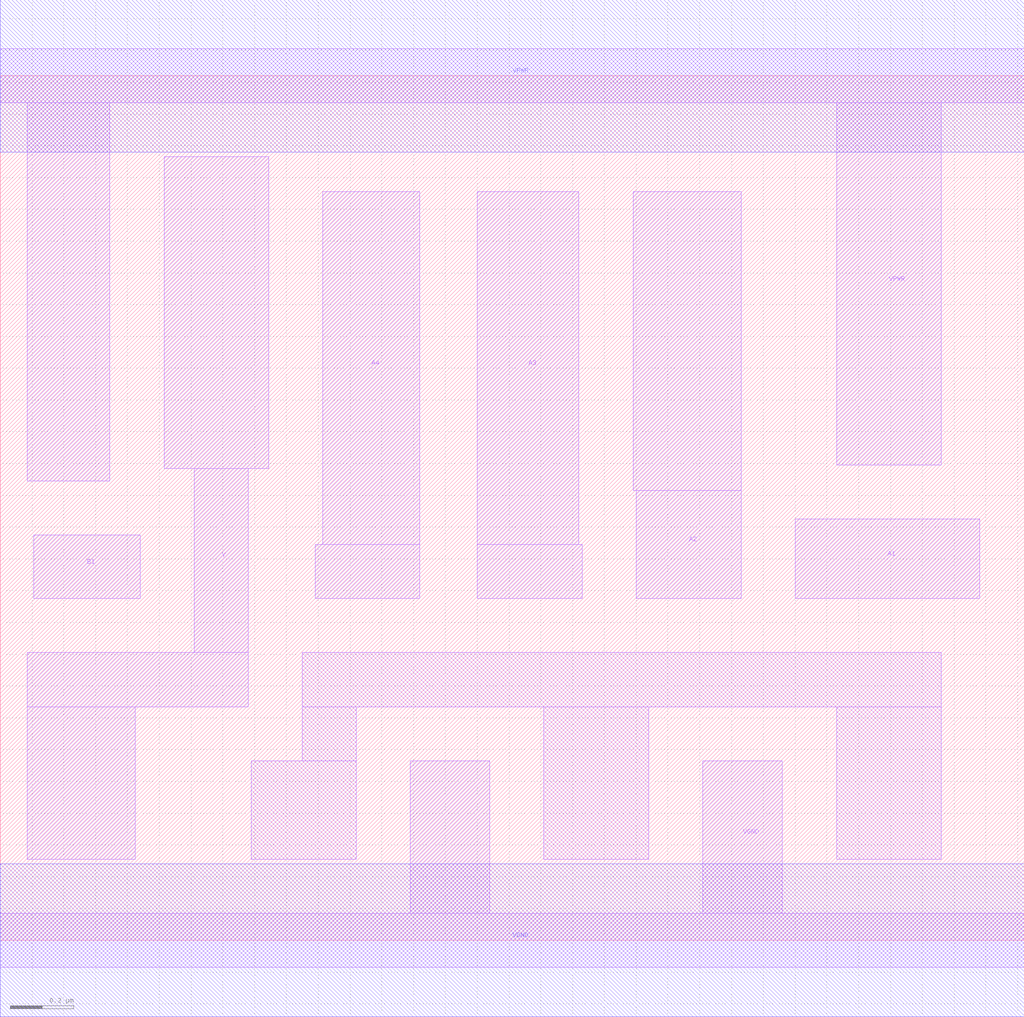
<source format=lef>
# Copyright 2020 The SkyWater PDK Authors
#
# Licensed under the Apache License, Version 2.0 (the "License");
# you may not use this file except in compliance with the License.
# You may obtain a copy of the License at
#
#     https://www.apache.org/licenses/LICENSE-2.0
#
# Unless required by applicable law or agreed to in writing, software
# distributed under the License is distributed on an "AS IS" BASIS,
# WITHOUT WARRANTIES OR CONDITIONS OF ANY KIND, either express or implied.
# See the License for the specific language governing permissions and
# limitations under the License.
#
# SPDX-License-Identifier: Apache-2.0

VERSION 5.5 ;
NAMESCASESENSITIVE ON ;
BUSBITCHARS "[]" ;
DIVIDERCHAR "/" ;
MACRO sky130_fd_sc_hd__o41ai_1
  CLASS CORE ;
  SOURCE USER ;
  ORIGIN  0.000000  0.000000 ;
  SIZE  3.220000 BY  2.720000 ;
  SYMMETRY X Y R90 ;
  SITE unithd ;
  PIN A1
    ANTENNAGATEAREA  0.247500 ;
    DIRECTION INPUT ;
    USE SIGNAL ;
    PORT
      LAYER li1 ;
        RECT 2.500000 1.075000 3.080000 1.325000 ;
    END
  END A1
  PIN A2
    ANTENNAGATEAREA  0.247500 ;
    DIRECTION INPUT ;
    USE SIGNAL ;
    PORT
      LAYER li1 ;
        RECT 1.990000 1.415000 2.330000 2.355000 ;
        RECT 2.000000 1.075000 2.330000 1.415000 ;
    END
  END A2
  PIN A3
    ANTENNAGATEAREA  0.247500 ;
    DIRECTION INPUT ;
    USE SIGNAL ;
    PORT
      LAYER li1 ;
        RECT 1.500000 1.075000 1.830000 1.245000 ;
        RECT 1.500000 1.245000 1.820000 2.355000 ;
    END
  END A3
  PIN A4
    ANTENNAGATEAREA  0.247500 ;
    DIRECTION INPUT ;
    USE SIGNAL ;
    PORT
      LAYER li1 ;
        RECT 0.990000 1.075000 1.320000 1.245000 ;
        RECT 1.015000 1.245000 1.320000 2.355000 ;
    END
  END A4
  PIN B1
    ANTENNAGATEAREA  0.247500 ;
    DIRECTION INPUT ;
    USE SIGNAL ;
    PORT
      LAYER li1 ;
        RECT 0.105000 1.075000 0.440000 1.275000 ;
    END
  END B1
  PIN Y
    ANTENNADIFFAREA  0.439000 ;
    DIRECTION OUTPUT ;
    USE SIGNAL ;
    PORT
      LAYER li1 ;
        RECT 0.085000 0.255000 0.425000 0.735000 ;
        RECT 0.085000 0.735000 0.780000 0.905000 ;
        RECT 0.515000 1.485000 0.845000 2.465000 ;
        RECT 0.610000 0.905000 0.780000 1.485000 ;
    END
  END Y
  PIN VGND
    DIRECTION INOUT ;
    SHAPE ABUTMENT ;
    USE GROUND ;
    PORT
      LAYER li1 ;
        RECT 0.000000 -0.085000 3.220000 0.085000 ;
        RECT 1.290000  0.085000 1.540000 0.565000 ;
        RECT 2.210000  0.085000 2.460000 0.565000 ;
    END
    PORT
      LAYER met1 ;
        RECT 0.000000 -0.240000 3.220000 0.240000 ;
    END
  END VGND
  PIN VPWR
    DIRECTION INOUT ;
    SHAPE ABUTMENT ;
    USE POWER ;
    PORT
      LAYER li1 ;
        RECT 0.000000 2.635000 3.220000 2.805000 ;
        RECT 0.085000 1.445000 0.345000 2.635000 ;
        RECT 2.630000 1.495000 2.960000 2.635000 ;
    END
    PORT
      LAYER met1 ;
        RECT 0.000000 2.480000 3.220000 2.960000 ;
    END
  END VPWR
  OBS
    LAYER li1 ;
      RECT 0.790000 0.255000 1.120000 0.565000 ;
      RECT 0.950000 0.565000 1.120000 0.735000 ;
      RECT 0.950000 0.735000 2.960000 0.905000 ;
      RECT 1.710000 0.255000 2.040000 0.735000 ;
      RECT 2.630000 0.255000 2.960000 0.735000 ;
  END
END sky130_fd_sc_hd__o41ai_1
END LIBRARY

</source>
